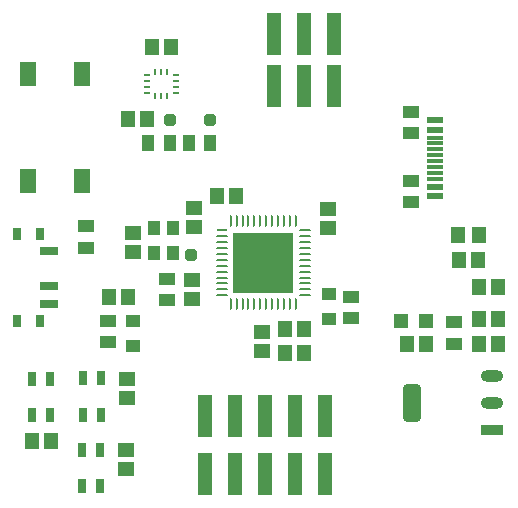
<source format=gbr>
%TF.GenerationSoftware,Altium Limited,Altium Designer,24.6.1 (21)*%
G04 Layer_Color=8421504*
%FSLAX45Y45*%
%MOMM*%
%TF.SameCoordinates,02EA3464-56A9-4D0A-92B1-D56C91FA6429*%
%TF.FilePolarity,Positive*%
%TF.FileFunction,Paste,Top*%
%TF.Part,Single*%
G01*
G75*
%TA.AperFunction,SMDPad,CuDef*%
%ADD10R,1.27000X3.68000*%
%ADD11R,0.80000X1.20000*%
%ADD12R,0.80000X1.00000*%
%ADD13R,1.50000X0.70000*%
%ADD14R,1.30000X1.10000*%
%ADD15R,0.60000X0.25000*%
%ADD16R,0.25000X0.60000*%
%ADD17R,1.00000X1.35000*%
%ADD18R,1.35000X1.00000*%
%ADD19R,1.30000X1.45000*%
%ADD20R,1.40000X2.10000*%
%ADD21R,1.20000X1.20000*%
%ADD22R,1.10000X1.30000*%
G04:AMPARAMS|DCode=23|XSize=0.25mm|YSize=1mm|CornerRadius=0.0625mm|HoleSize=0mm|Usage=FLASHONLY|Rotation=90.000|XOffset=0mm|YOffset=0mm|HoleType=Round|Shape=RoundedRectangle|*
%AMROUNDEDRECTD23*
21,1,0.25000,0.87500,0,0,90.0*
21,1,0.12500,1.00000,0,0,90.0*
1,1,0.12500,0.43750,0.06250*
1,1,0.12500,0.43750,-0.06250*
1,1,0.12500,-0.43750,-0.06250*
1,1,0.12500,-0.43750,0.06250*
%
%ADD23ROUNDEDRECTD23*%
G04:AMPARAMS|DCode=24|XSize=0.25mm|YSize=1mm|CornerRadius=0.0625mm|HoleSize=0mm|Usage=FLASHONLY|Rotation=0.000|XOffset=0mm|YOffset=0mm|HoleType=Round|Shape=RoundedRectangle|*
%AMROUNDEDRECTD24*
21,1,0.25000,0.87500,0,0,0.0*
21,1,0.12500,1.00000,0,0,0.0*
1,1,0.12500,0.06250,-0.43750*
1,1,0.12500,-0.06250,-0.43750*
1,1,0.12500,-0.06250,0.43750*
1,1,0.12500,0.06250,0.43750*
%
%ADD24ROUNDEDRECTD24*%
%ADD25R,5.20000X5.20000*%
%ADD26O,1.00000X0.25000*%
%ADD27R,1.45000X1.30000*%
%TA.AperFunction,TestPad*%
G04:AMPARAMS|DCode=28|XSize=1mm|YSize=1mm|CornerRadius=0.25mm|HoleSize=0mm|Usage=FLASHONLY|Rotation=90.000|XOffset=0mm|YOffset=0mm|HoleType=Round|Shape=RoundedRectangle|*
%AMROUNDEDRECTD28*
21,1,1.00000,0.50000,0,0,90.0*
21,1,0.50000,1.00000,0,0,90.0*
1,1,0.50000,0.25000,0.25000*
1,1,0.50000,0.25000,-0.25000*
1,1,0.50000,-0.25000,-0.25000*
1,1,0.50000,-0.25000,0.25000*
%
%ADD28ROUNDEDRECTD28*%
G04:AMPARAMS|DCode=29|XSize=1mm|YSize=1mm|CornerRadius=0.25mm|HoleSize=0mm|Usage=FLASHONLY|Rotation=0.000|XOffset=0mm|YOffset=0mm|HoleType=Round|Shape=RoundedRectangle|*
%AMROUNDEDRECTD29*
21,1,1.00000,0.50000,0,0,0.0*
21,1,0.50000,1.00000,0,0,0.0*
1,1,0.50000,0.25000,-0.25000*
1,1,0.50000,-0.25000,-0.25000*
1,1,0.50000,-0.25000,0.25000*
1,1,0.50000,0.25000,0.25000*
%
%ADD29ROUNDEDRECTD29*%
%TA.AperFunction,SMDPad,CuDef*%
%ADD30R,1.90500X0.95213*%
G04:AMPARAMS|DCode=31|XSize=1.905mm|YSize=0.95213mm|CornerRadius=0.47606mm|HoleSize=0mm|Usage=FLASHONLY|Rotation=180.000|XOffset=0mm|YOffset=0mm|HoleType=Round|Shape=RoundedRectangle|*
%AMROUNDEDRECTD31*
21,1,1.90500,0.00000,0,0,180.0*
21,1,0.95287,0.95213,0,0,180.0*
1,1,0.95213,-0.47644,0.00000*
1,1,0.95213,0.47644,0.00000*
1,1,0.95213,0.47644,0.00000*
1,1,0.95213,-0.47644,0.00000*
%
%ADD31ROUNDEDRECTD31*%
G04:AMPARAMS|DCode=32|XSize=1.60429mm|YSize=3.26213mm|CornerRadius=0.47327mm|HoleSize=0mm|Usage=FLASHONLY|Rotation=180.000|XOffset=0mm|YOffset=0mm|HoleType=Round|Shape=RoundedRectangle|*
%AMROUNDEDRECTD32*
21,1,1.60429,2.31560,0,0,180.0*
21,1,0.65776,3.26213,0,0,180.0*
1,1,0.94654,-0.32888,1.15780*
1,1,0.94654,0.32888,1.15780*
1,1,0.94654,0.32888,-1.15780*
1,1,0.94654,-0.32888,-1.15780*
%
%ADD32ROUNDEDRECTD32*%
%ADD33R,1.25490X1.45620*%
%ADD34R,1.15000X1.45000*%
%ADD35R,1.40000X0.60000*%
%ADD36R,1.40000X0.30000*%
D10*
X2346000Y3738000D02*
D03*
X2600000D02*
D03*
X2854000D02*
D03*
X2346000Y4182000D02*
D03*
X2600000D02*
D03*
X2854000D02*
D03*
X2774000Y950000D02*
D03*
Y455000D02*
D03*
X2520000Y950000D02*
D03*
Y455000D02*
D03*
X2266000Y950000D02*
D03*
Y455000D02*
D03*
X2012000Y950000D02*
D03*
Y455000D02*
D03*
X1758000Y950000D02*
D03*
Y455000D02*
D03*
D11*
X875300Y1266100D02*
D03*
Y956100D02*
D03*
X725300D02*
D03*
Y1266100D02*
D03*
X445300Y1264100D02*
D03*
Y954100D02*
D03*
X295300D02*
D03*
Y1264100D02*
D03*
X870300Y662600D02*
D03*
Y352600D02*
D03*
X720300D02*
D03*
Y662600D02*
D03*
D12*
X168500Y1755000D02*
D03*
Y2485000D02*
D03*
X361500Y1755000D02*
D03*
Y2485000D02*
D03*
D13*
X440000Y2345000D02*
D03*
Y1895000D02*
D03*
Y2045000D02*
D03*
D14*
X2807500Y1772500D02*
D03*
Y1982500D02*
D03*
X1150000Y1752500D02*
D03*
Y1542500D02*
D03*
D15*
X1265000Y3685000D02*
D03*
Y3735000D02*
D03*
Y3785000D02*
D03*
Y3835000D02*
D03*
X1515000Y3685000D02*
D03*
Y3735000D02*
D03*
Y3785000D02*
D03*
Y3835000D02*
D03*
D16*
X1440000Y3860000D02*
D03*
X1390000D02*
D03*
X1340000D02*
D03*
Y3660000D02*
D03*
X1390000D02*
D03*
X1440000D02*
D03*
D17*
X1625000Y3262500D02*
D03*
X1805000D02*
D03*
X1280000Y3260000D02*
D03*
X1460000D02*
D03*
D18*
X940000Y1750000D02*
D03*
Y1570000D02*
D03*
X3870000Y1560000D02*
D03*
Y1740000D02*
D03*
X3500000Y2940000D02*
D03*
Y2760000D02*
D03*
X3500000Y3340000D02*
D03*
Y3520000D02*
D03*
X2997500Y1957500D02*
D03*
Y1777500D02*
D03*
X755000Y2372500D02*
D03*
Y2552500D02*
D03*
X1440000Y1930000D02*
D03*
Y2110000D02*
D03*
D19*
X1110000Y1955000D02*
D03*
X950000D02*
D03*
X3470000Y1560000D02*
D03*
X3630000D02*
D03*
X4240000Y1770000D02*
D03*
X4080000D02*
D03*
X4240000Y1560000D02*
D03*
X4080000D02*
D03*
X4069999Y2270000D02*
D03*
X3910000D02*
D03*
X1270000Y3460000D02*
D03*
X1110000D02*
D03*
X1470000Y4070000D02*
D03*
X1310000D02*
D03*
X452500Y735000D02*
D03*
X292500D02*
D03*
X2597700Y1680000D02*
D03*
X2437700D02*
D03*
X2597700Y1480000D02*
D03*
X2437700D02*
D03*
X1862500Y2812500D02*
D03*
X2022500D02*
D03*
D20*
X265000Y3845000D02*
D03*
X715000D02*
D03*
X265000Y2935000D02*
D03*
X715000D02*
D03*
D21*
X3633000Y1750000D02*
D03*
X3423000D02*
D03*
D22*
X1492500Y2535000D02*
D03*
Y2325000D02*
D03*
X1327500D02*
D03*
Y2535000D02*
D03*
D23*
X2605400Y2520000D02*
D03*
Y2470000D02*
D03*
Y2420000D02*
D03*
Y1970000D02*
D03*
Y2020000D02*
D03*
Y2070000D02*
D03*
Y2120000D02*
D03*
Y2170000D02*
D03*
Y2220000D02*
D03*
Y2270000D02*
D03*
Y2320000D02*
D03*
Y2370000D02*
D03*
X1900000Y1970000D02*
D03*
Y2020000D02*
D03*
Y2070000D02*
D03*
Y2120000D02*
D03*
Y2170000D02*
D03*
Y2220000D02*
D03*
Y2270000D02*
D03*
Y2320000D02*
D03*
Y2370000D02*
D03*
Y2420000D02*
D03*
Y2470000D02*
D03*
D24*
X2427700Y2597700D02*
D03*
X2227700D02*
D03*
X2277700D02*
D03*
X2327700D02*
D03*
X2377700D02*
D03*
X2477700D02*
D03*
X2527700D02*
D03*
X1977700D02*
D03*
X2027700D02*
D03*
X2077700D02*
D03*
X2127700D02*
D03*
X2177700D02*
D03*
X2527700Y1892300D02*
D03*
X2477700D02*
D03*
X2427700D02*
D03*
X2377700D02*
D03*
X2327700D02*
D03*
X2277700D02*
D03*
X2227700D02*
D03*
X2177700D02*
D03*
X2127700D02*
D03*
X2077700D02*
D03*
X2027700D02*
D03*
X1977700D02*
D03*
D25*
X2252700Y2245000D02*
D03*
D26*
X1900000Y2520000D02*
D03*
D27*
X1150000Y2500000D02*
D03*
Y2340000D02*
D03*
X1100000Y1102500D02*
D03*
Y1262500D02*
D03*
X1090000Y497500D02*
D03*
Y657500D02*
D03*
X2240000Y1660000D02*
D03*
Y1500000D02*
D03*
X1670000Y2550000D02*
D03*
Y2710000D02*
D03*
X1650000Y1940000D02*
D03*
Y2100000D02*
D03*
X2800000Y2700000D02*
D03*
Y2540000D02*
D03*
D28*
X1462500Y3452500D02*
D03*
X1805000Y3450000D02*
D03*
D29*
X1640000Y2310000D02*
D03*
D30*
X4189500Y831000D02*
D03*
D31*
Y1060000D02*
D03*
Y1289000D02*
D03*
D32*
X3510500Y1060000D02*
D03*
D33*
X4242565Y2040000D02*
D03*
X4077435D02*
D03*
D34*
X4077500Y2480000D02*
D03*
X3902500D02*
D03*
D35*
X3704100Y3370000D02*
D03*
Y2810000D02*
D03*
Y2890000D02*
D03*
Y3450000D02*
D03*
D36*
Y2955000D02*
D03*
Y3005000D02*
D03*
Y3055000D02*
D03*
Y3305000D02*
D03*
Y3155000D02*
D03*
Y3205000D02*
D03*
Y3255000D02*
D03*
Y3105000D02*
D03*
%TF.MD5,e48057af0c3541b462e50b8f785fe781*%
M02*

</source>
